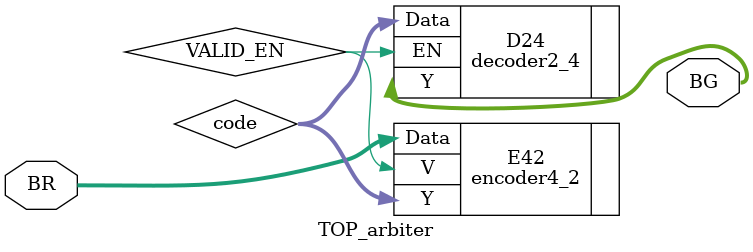
<source format=v>
`timescale 1ns / 1ps
module TOP_arbiter(
    input [3:0] BR,
    output [3:0] BG
    );
	 wire VALID_EN;
	 wire [1:0] code;
	 
	 encoder4_2 E42(.Data(BR), .Y(code), .V(VALID_EN));
	 
	 decoder2_4 D24(.Data(code), .EN(VALID_EN),.Y(BG));


endmodule

</source>
